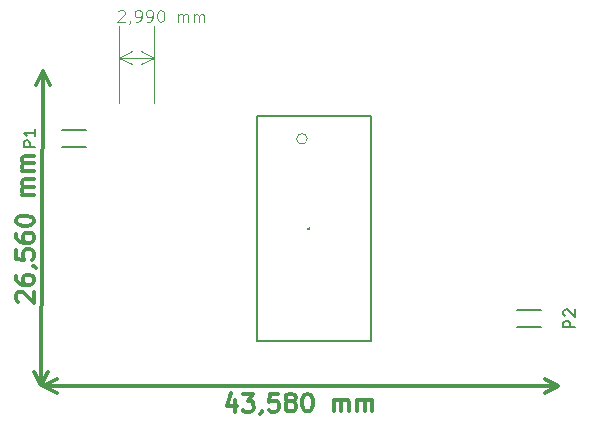
<source format=gbr>
G04 #@! TF.FileFunction,Legend,Top*
%FSLAX46Y46*%
G04 Gerber Fmt 4.6, Leading zero omitted, Abs format (unit mm)*
G04 Created by KiCad (PCBNEW 4.0.2+dfsg1-stable) date Qua 18 Mai 2016 08:00:36 BRT*
%MOMM*%
G01*
G04 APERTURE LIST*
%ADD10C,0.100000*%
%ADD11C,0.300000*%
%ADD12C,0.150000*%
%ADD13C,0.031750*%
G04 APERTURE END LIST*
D10*
X159923334Y-83227619D02*
X159970953Y-83180000D01*
X160066191Y-83132381D01*
X160304287Y-83132381D01*
X160399525Y-83180000D01*
X160447144Y-83227619D01*
X160494763Y-83322857D01*
X160494763Y-83418095D01*
X160447144Y-83560952D01*
X159875715Y-84132381D01*
X160494763Y-84132381D01*
X160970953Y-84084762D02*
X160970953Y-84132381D01*
X160923334Y-84227619D01*
X160875715Y-84275238D01*
X161447143Y-84132381D02*
X161637619Y-84132381D01*
X161732858Y-84084762D01*
X161780477Y-84037143D01*
X161875715Y-83894286D01*
X161923334Y-83703810D01*
X161923334Y-83322857D01*
X161875715Y-83227619D01*
X161828096Y-83180000D01*
X161732858Y-83132381D01*
X161542381Y-83132381D01*
X161447143Y-83180000D01*
X161399524Y-83227619D01*
X161351905Y-83322857D01*
X161351905Y-83560952D01*
X161399524Y-83656190D01*
X161447143Y-83703810D01*
X161542381Y-83751429D01*
X161732858Y-83751429D01*
X161828096Y-83703810D01*
X161875715Y-83656190D01*
X161923334Y-83560952D01*
X162399524Y-84132381D02*
X162590000Y-84132381D01*
X162685239Y-84084762D01*
X162732858Y-84037143D01*
X162828096Y-83894286D01*
X162875715Y-83703810D01*
X162875715Y-83322857D01*
X162828096Y-83227619D01*
X162780477Y-83180000D01*
X162685239Y-83132381D01*
X162494762Y-83132381D01*
X162399524Y-83180000D01*
X162351905Y-83227619D01*
X162304286Y-83322857D01*
X162304286Y-83560952D01*
X162351905Y-83656190D01*
X162399524Y-83703810D01*
X162494762Y-83751429D01*
X162685239Y-83751429D01*
X162780477Y-83703810D01*
X162828096Y-83656190D01*
X162875715Y-83560952D01*
X163494762Y-83132381D02*
X163590001Y-83132381D01*
X163685239Y-83180000D01*
X163732858Y-83227619D01*
X163780477Y-83322857D01*
X163828096Y-83513333D01*
X163828096Y-83751429D01*
X163780477Y-83941905D01*
X163732858Y-84037143D01*
X163685239Y-84084762D01*
X163590001Y-84132381D01*
X163494762Y-84132381D01*
X163399524Y-84084762D01*
X163351905Y-84037143D01*
X163304286Y-83941905D01*
X163256667Y-83751429D01*
X163256667Y-83513333D01*
X163304286Y-83322857D01*
X163351905Y-83227619D01*
X163399524Y-83180000D01*
X163494762Y-83132381D01*
X165018572Y-84132381D02*
X165018572Y-83465714D01*
X165018572Y-83560952D02*
X165066191Y-83513333D01*
X165161429Y-83465714D01*
X165304287Y-83465714D01*
X165399525Y-83513333D01*
X165447144Y-83608571D01*
X165447144Y-84132381D01*
X165447144Y-83608571D02*
X165494763Y-83513333D01*
X165590001Y-83465714D01*
X165732858Y-83465714D01*
X165828096Y-83513333D01*
X165875715Y-83608571D01*
X165875715Y-84132381D01*
X166351905Y-84132381D02*
X166351905Y-83465714D01*
X166351905Y-83560952D02*
X166399524Y-83513333D01*
X166494762Y-83465714D01*
X166637620Y-83465714D01*
X166732858Y-83513333D01*
X166780477Y-83608571D01*
X166780477Y-84132381D01*
X166780477Y-83608571D02*
X166828096Y-83513333D01*
X166923334Y-83465714D01*
X167066191Y-83465714D01*
X167161429Y-83513333D01*
X167209048Y-83608571D01*
X167209048Y-84132381D01*
X160000000Y-87140000D02*
X162990000Y-87140000D01*
X160000000Y-90980000D02*
X160000000Y-84440000D01*
X162990000Y-90980000D02*
X162990000Y-84440000D01*
X162990000Y-87140000D02*
X161863496Y-87726421D01*
X162990000Y-87140000D02*
X161863496Y-86553579D01*
X160000000Y-87140000D02*
X161126504Y-87726421D01*
X160000000Y-87140000D02*
X161126504Y-86553579D01*
D11*
X151411021Y-107810889D02*
X151339943Y-107739112D01*
X151269214Y-107595907D01*
X151270962Y-107238768D01*
X151343089Y-107096262D01*
X151414867Y-107025184D01*
X151558072Y-106954456D01*
X151700927Y-106955155D01*
X151914861Y-107027631D01*
X152767797Y-107888959D01*
X152772342Y-106960399D01*
X151278653Y-105667359D02*
X151277255Y-105953069D01*
X151347984Y-106096274D01*
X151419062Y-106168052D01*
X151632645Y-106311956D01*
X151918007Y-106384783D01*
X152489429Y-106387580D01*
X152632633Y-106316851D01*
X152704411Y-106245773D01*
X152776538Y-106103266D01*
X152777936Y-105817556D01*
X152707208Y-105674351D01*
X152636130Y-105602573D01*
X152493624Y-105530447D01*
X152136485Y-105528699D01*
X151993280Y-105599427D01*
X151921503Y-105670505D01*
X151849376Y-105813011D01*
X151847978Y-106098721D01*
X151918707Y-106241927D01*
X151989784Y-106313704D01*
X152132290Y-106385831D01*
X152711403Y-104817219D02*
X152782830Y-104817569D01*
X152925337Y-104889695D01*
X152996415Y-104961473D01*
X151289491Y-103453099D02*
X151285995Y-104167377D01*
X151999923Y-104242301D01*
X151928845Y-104170523D01*
X151858116Y-104027318D01*
X151859864Y-103670180D01*
X151931992Y-103527674D01*
X152003768Y-103456595D01*
X152146973Y-103385867D01*
X152504112Y-103387615D01*
X152646618Y-103459742D01*
X152717696Y-103531520D01*
X152788424Y-103674724D01*
X152786676Y-104031863D01*
X152714550Y-104174369D01*
X152642772Y-104245447D01*
X151296134Y-102095974D02*
X151294735Y-102381684D01*
X151365464Y-102524889D01*
X151436543Y-102596667D01*
X151650126Y-102740571D01*
X151935488Y-102813397D01*
X152506909Y-102816194D01*
X152650114Y-102745465D01*
X152721892Y-102674388D01*
X152794018Y-102531881D01*
X152795416Y-102246171D01*
X152724688Y-102102966D01*
X152653610Y-102031188D01*
X152511104Y-101959062D01*
X152153966Y-101957314D01*
X152010761Y-102028041D01*
X151938984Y-102099120D01*
X151866857Y-102241626D01*
X151865458Y-102527336D01*
X151936187Y-102670542D01*
X152007265Y-102742319D01*
X152149770Y-102814446D01*
X151301378Y-101024558D02*
X151302077Y-100881703D01*
X151374204Y-100739197D01*
X151445982Y-100668119D01*
X151589187Y-100597390D01*
X151875247Y-100527361D01*
X152232386Y-100529109D01*
X152517747Y-100601935D01*
X152660252Y-100674062D01*
X152731331Y-100745840D01*
X152802059Y-100889045D01*
X152801360Y-101031900D01*
X152729233Y-101174406D01*
X152657456Y-101245484D01*
X152514251Y-101316212D01*
X152228191Y-101386242D01*
X151871052Y-101384494D01*
X151585691Y-101311667D01*
X151443185Y-101239541D01*
X151372107Y-101167763D01*
X151301378Y-101024558D01*
X152812547Y-98746214D02*
X151812559Y-98741319D01*
X151955415Y-98742018D02*
X151884337Y-98670241D01*
X151813608Y-98527036D01*
X151814657Y-98312753D01*
X151886784Y-98170247D01*
X152029989Y-98099519D01*
X152815694Y-98103364D01*
X152029989Y-98099519D02*
X151887483Y-98027391D01*
X151816754Y-97884186D01*
X151817803Y-97669904D01*
X151889931Y-97527397D01*
X152033136Y-97456669D01*
X152818840Y-97460515D01*
X152822336Y-96746237D02*
X151822348Y-96741343D01*
X151965205Y-96742042D02*
X151894126Y-96670265D01*
X151823397Y-96527060D01*
X151824446Y-96312777D01*
X151896573Y-96170271D01*
X152039778Y-96099542D01*
X152825483Y-96103388D01*
X152039778Y-96099542D02*
X151897272Y-96027415D01*
X151826544Y-95884210D01*
X151827592Y-95669928D01*
X151899720Y-95527421D01*
X152042925Y-95456693D01*
X152828629Y-95460539D01*
X153430000Y-114880000D02*
X153560000Y-88320000D01*
X153430000Y-114880000D02*
X153430000Y-114880000D01*
X153560000Y-88320000D02*
X153560000Y-88320000D01*
X153560000Y-88320000D02*
X154140900Y-89449361D01*
X153560000Y-88320000D02*
X152968073Y-89443620D01*
X153430000Y-114880000D02*
X154021927Y-113756380D01*
X153430000Y-114880000D02*
X152849100Y-113750639D01*
X169819492Y-116117406D02*
X169821098Y-117117404D01*
X169461431Y-115546552D02*
X169106010Y-116618552D01*
X170034581Y-116617061D01*
X170461545Y-115616374D02*
X171390115Y-115614882D01*
X170891033Y-116187114D01*
X171105319Y-116186769D01*
X171248290Y-116257969D01*
X171319834Y-116329282D01*
X171391491Y-116472024D01*
X171392065Y-116829167D01*
X171320867Y-116972138D01*
X171249552Y-117043682D01*
X171106810Y-117115339D01*
X170678239Y-117116028D01*
X170535267Y-117044829D01*
X170463725Y-116973515D01*
X172106693Y-117042305D02*
X172106808Y-117113733D01*
X172035610Y-117256706D01*
X171964295Y-117328248D01*
X173461541Y-115611555D02*
X172747256Y-115612702D01*
X172676974Y-116327102D01*
X172748288Y-116255560D01*
X172891031Y-116183901D01*
X173248173Y-116183328D01*
X173391145Y-116254527D01*
X173462688Y-116325840D01*
X173534346Y-116468582D01*
X173534919Y-116825725D01*
X173463721Y-116968696D01*
X173392407Y-117040240D01*
X173249665Y-117111897D01*
X172892522Y-117112471D01*
X172749551Y-117041273D01*
X172678007Y-116969958D01*
X174391143Y-116252921D02*
X174248171Y-116181721D01*
X174176628Y-116110407D01*
X174104970Y-115967665D01*
X174104855Y-115896237D01*
X174176055Y-115753266D01*
X174247368Y-115681722D01*
X174390111Y-115610064D01*
X174675824Y-115609605D01*
X174818796Y-115680804D01*
X174890340Y-115752118D01*
X174961997Y-115894860D01*
X174962112Y-115966288D01*
X174890913Y-116109260D01*
X174819599Y-116180803D01*
X174676857Y-116252462D01*
X174391143Y-116252921D01*
X174248400Y-116324578D01*
X174177087Y-116396122D01*
X174105888Y-116539093D01*
X174106347Y-116824807D01*
X174178005Y-116967549D01*
X174249548Y-117038863D01*
X174392520Y-117110062D01*
X174678234Y-117109603D01*
X174820976Y-117037945D01*
X174892290Y-116966402D01*
X174963488Y-116823430D01*
X174963030Y-116537717D01*
X174891372Y-116394974D01*
X174819829Y-116323660D01*
X174676857Y-116252462D01*
X175890108Y-115607654D02*
X176032965Y-115607425D01*
X176175936Y-115678624D01*
X176247480Y-115749938D01*
X176319138Y-115892680D01*
X176391025Y-116178279D01*
X176391599Y-116535422D01*
X176320630Y-116821250D01*
X176249430Y-116964222D01*
X176178116Y-117035765D01*
X176035374Y-117107423D01*
X175892517Y-117107652D01*
X175749546Y-117036454D01*
X175678002Y-116965140D01*
X175606345Y-116822398D01*
X175534457Y-116536799D01*
X175533883Y-116179656D01*
X175604853Y-115893828D01*
X175676052Y-115750856D01*
X175747366Y-115679313D01*
X175890108Y-115607654D01*
X178178228Y-117103981D02*
X178176622Y-116103982D01*
X178176851Y-116246840D02*
X178248165Y-116175296D01*
X178390908Y-116103638D01*
X178605192Y-116103294D01*
X178748164Y-116174493D01*
X178819822Y-116317235D01*
X178821084Y-117102948D01*
X178819822Y-116317235D02*
X178891022Y-116174264D01*
X179033764Y-116102605D01*
X179248049Y-116102261D01*
X179391021Y-116173461D01*
X179462679Y-116316203D01*
X179463941Y-117101916D01*
X180178226Y-117100768D02*
X180176619Y-116100770D01*
X180176849Y-116243627D02*
X180248162Y-116172084D01*
X180390905Y-116100425D01*
X180605190Y-116100081D01*
X180748161Y-116171281D01*
X180819820Y-116314023D01*
X180821082Y-117099736D01*
X180819820Y-116314023D02*
X180891019Y-116171051D01*
X181033761Y-116099393D01*
X181248046Y-116099049D01*
X181391019Y-116170248D01*
X181462676Y-116312990D01*
X181463938Y-117098703D01*
X197180000Y-114920000D02*
X153600000Y-114990000D01*
X197180000Y-114920000D02*
X197180000Y-114920000D01*
X153600000Y-114990000D02*
X153600000Y-114990000D01*
X153600000Y-114990000D02*
X154725560Y-114401771D01*
X153600000Y-114990000D02*
X154727444Y-115574611D01*
X197180000Y-114920000D02*
X196052556Y-114335389D01*
X197180000Y-114920000D02*
X196054440Y-115508229D01*
D12*
X195740000Y-109990500D02*
X193740000Y-109990500D01*
X195740000Y-108509500D02*
X193740000Y-108509500D01*
X155210000Y-93239500D02*
X157210000Y-93239500D01*
X155210000Y-94720500D02*
X157210000Y-94720500D01*
D10*
X175932719Y-94020000D02*
G75*
G03X175932719Y-94020000I-442719J0D01*
G01*
D12*
X181325000Y-111125000D02*
X171675000Y-111125000D01*
X181325000Y-92075000D02*
X171675000Y-92075000D01*
X171675000Y-92075000D02*
X171675000Y-111125000D01*
X181325000Y-92075000D02*
X181325000Y-111125000D01*
X198632381Y-109978095D02*
X197632381Y-109978095D01*
X197632381Y-109597142D01*
X197680000Y-109501904D01*
X197727619Y-109454285D01*
X197822857Y-109406666D01*
X197965714Y-109406666D01*
X198060952Y-109454285D01*
X198108571Y-109501904D01*
X198156190Y-109597142D01*
X198156190Y-109978095D01*
X197727619Y-109025714D02*
X197680000Y-108978095D01*
X197632381Y-108882857D01*
X197632381Y-108644761D01*
X197680000Y-108549523D01*
X197727619Y-108501904D01*
X197822857Y-108454285D01*
X197918095Y-108454285D01*
X198060952Y-108501904D01*
X198632381Y-109073333D01*
X198632381Y-108454285D01*
X152922381Y-94728095D02*
X151922381Y-94728095D01*
X151922381Y-94347142D01*
X151970000Y-94251904D01*
X152017619Y-94204285D01*
X152112857Y-94156666D01*
X152255714Y-94156666D01*
X152350952Y-94204285D01*
X152398571Y-94251904D01*
X152446190Y-94347142D01*
X152446190Y-94728095D01*
X152922381Y-93204285D02*
X152922381Y-93775714D01*
X152922381Y-93490000D02*
X151922381Y-93490000D01*
X152065238Y-93585238D01*
X152160476Y-93680476D01*
X152208095Y-93775714D01*
D13*
X175930452Y-101696762D02*
X176033262Y-101696762D01*
X176045357Y-101690714D01*
X176051405Y-101684667D01*
X176057452Y-101672571D01*
X176057452Y-101648381D01*
X176051405Y-101636286D01*
X176045357Y-101630238D01*
X176033262Y-101624190D01*
X175930452Y-101624190D01*
X176057452Y-101497190D02*
X176057452Y-101569762D01*
X176057452Y-101533476D02*
X175930452Y-101533476D01*
X175948595Y-101545571D01*
X175960690Y-101557666D01*
X175966738Y-101569762D01*
M02*

</source>
